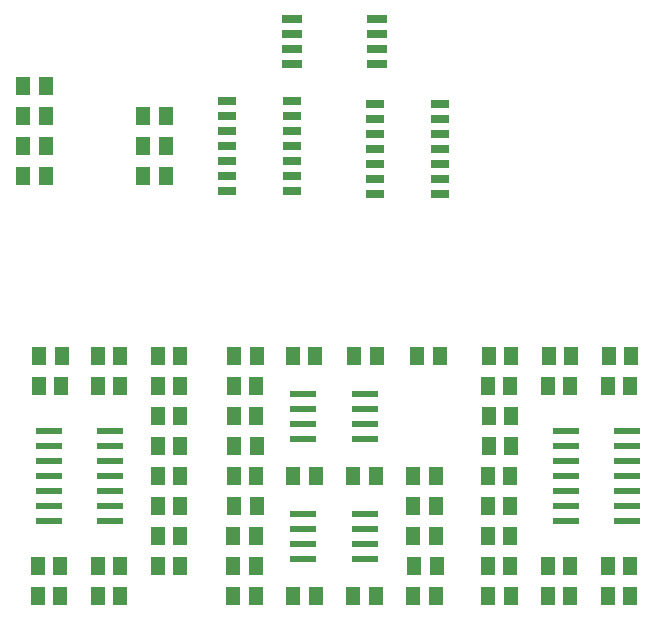
<source format=gbr>
G04 EAGLE Gerber RS-274X export*
G75*
%MOMM*%
%FSLAX34Y34*%
%LPD*%
%INSolderpaste Top*%
%IPPOS*%
%AMOC8*
5,1,8,0,0,1.08239X$1,22.5*%
G01*
%ADD10R,1.300000X1.500000*%
%ADD11R,2.200000X0.600000*%
%ADD12R,1.528000X0.650000*%
%ADD13R,1.750000X0.650000*%


D10*
X206400Y228600D03*
X225400Y228600D03*
X308000Y203200D03*
X327000Y203200D03*
D11*
X50200Y330200D03*
X102200Y330200D03*
X50200Y342900D03*
X50200Y317500D03*
X50200Y304800D03*
X102200Y342900D03*
X102200Y317500D03*
X102200Y304800D03*
X50200Y279400D03*
X102200Y279400D03*
X50200Y292100D03*
X50200Y266700D03*
X102200Y292100D03*
X102200Y266700D03*
D10*
X225400Y203200D03*
X206400Y203200D03*
X377800Y279400D03*
X358800Y279400D03*
X257200Y203200D03*
X276200Y203200D03*
X358800Y304800D03*
X377800Y304800D03*
X206400Y254000D03*
X225400Y254000D03*
X358800Y254000D03*
X377800Y254000D03*
X377800Y203200D03*
X358800Y203200D03*
X130200Y609600D03*
X149200Y609600D03*
X308000Y304800D03*
X327000Y304800D03*
X257200Y304800D03*
X276200Y304800D03*
X28600Y584200D03*
X47600Y584200D03*
X47600Y609600D03*
X28600Y609600D03*
X47600Y558800D03*
X28600Y558800D03*
D12*
X201490Y622300D03*
X201490Y609600D03*
X201490Y596900D03*
X201490Y584200D03*
X201490Y571500D03*
X201490Y558800D03*
X201490Y546100D03*
X255710Y546100D03*
X255710Y558800D03*
X255710Y571500D03*
X255710Y584200D03*
X255710Y596900D03*
X255710Y609600D03*
X255710Y622300D03*
D10*
X47600Y635000D03*
X28600Y635000D03*
X130200Y558800D03*
X149200Y558800D03*
X130200Y584200D03*
X149200Y584200D03*
D12*
X326780Y619900D03*
X326780Y607200D03*
X326780Y594500D03*
X326780Y581800D03*
X326780Y569100D03*
X326780Y556400D03*
X326780Y543700D03*
X381000Y543700D03*
X381000Y556400D03*
X381000Y569100D03*
X381000Y581800D03*
X381000Y594500D03*
X381000Y607200D03*
X381000Y619900D03*
D11*
X265500Y260350D03*
X317500Y260350D03*
X265500Y273050D03*
X265500Y247650D03*
X265500Y234950D03*
X317500Y273050D03*
X317500Y247650D03*
X317500Y234950D03*
X265570Y361950D03*
X317570Y361950D03*
X265570Y374650D03*
X265570Y349250D03*
X265570Y336550D03*
X317570Y374650D03*
X317570Y349250D03*
X317570Y336550D03*
D10*
X40690Y203200D03*
X59690Y203200D03*
X91490Y203200D03*
X110490Y203200D03*
X40690Y228600D03*
X59690Y228600D03*
X91490Y228600D03*
X110490Y228600D03*
X91490Y406400D03*
X110490Y406400D03*
X41960Y406400D03*
X60960Y406400D03*
X60910Y381000D03*
X41910Y381000D03*
X110440Y381000D03*
X91440Y381000D03*
X161240Y381000D03*
X142240Y381000D03*
X142290Y406400D03*
X161290Y406400D03*
X161240Y330200D03*
X142240Y330200D03*
X142290Y355600D03*
X161290Y355600D03*
X142290Y304800D03*
X161290Y304800D03*
X161240Y254000D03*
X142240Y254000D03*
X161240Y228600D03*
X142240Y228600D03*
X142290Y279400D03*
X161290Y279400D03*
D11*
X487750Y330200D03*
X539750Y330200D03*
X487750Y342900D03*
X487750Y317500D03*
X487750Y304800D03*
X539750Y342900D03*
X539750Y317500D03*
X539750Y304800D03*
X487750Y279400D03*
X539750Y279400D03*
X487750Y292100D03*
X487750Y266700D03*
X539750Y292100D03*
X539750Y266700D03*
D10*
X440640Y254000D03*
X421640Y254000D03*
X421690Y228600D03*
X440690Y228600D03*
X440640Y304800D03*
X421640Y304800D03*
X441910Y330200D03*
X422910Y330200D03*
X421690Y279400D03*
X440690Y279400D03*
X421690Y381000D03*
X440690Y381000D03*
X441910Y355600D03*
X422910Y355600D03*
X441910Y406400D03*
X422910Y406400D03*
X492710Y406400D03*
X473710Y406400D03*
X472490Y381000D03*
X491490Y381000D03*
X523290Y381000D03*
X542290Y381000D03*
X543510Y406400D03*
X524510Y406400D03*
X491440Y203200D03*
X472440Y203200D03*
X523290Y203200D03*
X542290Y203200D03*
X542240Y228600D03*
X523240Y228600D03*
X472490Y228600D03*
X491490Y228600D03*
X207060Y279400D03*
X226060Y279400D03*
X256590Y406400D03*
X275590Y406400D03*
X308660Y406400D03*
X327660Y406400D03*
X226010Y381000D03*
X207010Y381000D03*
X207060Y406400D03*
X226060Y406400D03*
X226010Y304800D03*
X207010Y304800D03*
X207060Y330200D03*
X226060Y330200D03*
X362000Y406400D03*
X381000Y406400D03*
X226010Y355600D03*
X207010Y355600D03*
X359460Y228600D03*
X378460Y228600D03*
D13*
X255850Y692150D03*
X255850Y679450D03*
X255850Y666750D03*
X255850Y654050D03*
X328350Y654050D03*
X328350Y666750D03*
X328350Y679450D03*
X328350Y692150D03*
D10*
X441300Y203200D03*
X422300Y203200D03*
M02*

</source>
